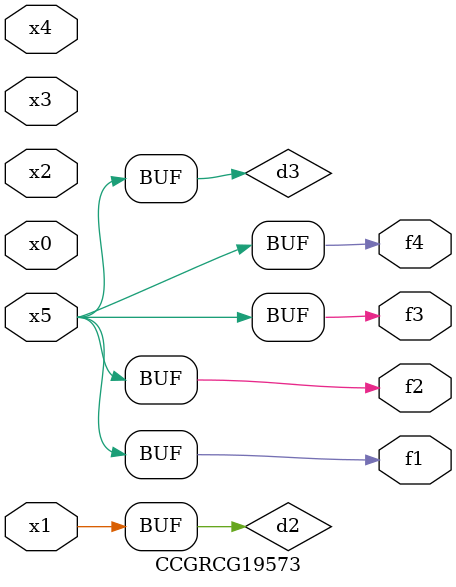
<source format=v>
module CCGRCG19573(
	input x0, x1, x2, x3, x4, x5,
	output f1, f2, f3, f4
);

	wire d1, d2, d3;

	not (d1, x5);
	or (d2, x1);
	xnor (d3, d1);
	assign f1 = d3;
	assign f2 = d3;
	assign f3 = d3;
	assign f4 = d3;
endmodule

</source>
